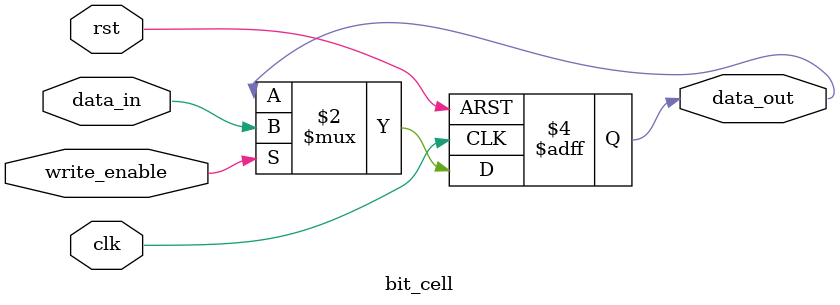
<source format=sv>
module bit_cell (
    input wire clk,
    input wire rst,
    input wire write_enable,
    input wire data_in,
    output reg data_out
);
    always @(posedge clk or posedge rst) begin
        if (rst) begin
            data_out <= 1'b0;
        end
        else if (write_enable) begin
            data_out <= data_in;
        end
    end
endmodule
</source>
